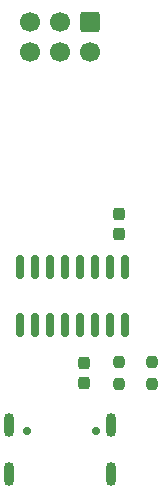
<source format=gbs>
%TF.GenerationSoftware,KiCad,Pcbnew,7.0.7*%
%TF.CreationDate,2023-09-20T03:29:36+03:00*%
%TF.ProjectId,TPB v1.1,54504220-7631-42e3-912e-6b696361645f,rev?*%
%TF.SameCoordinates,Original*%
%TF.FileFunction,Soldermask,Bot*%
%TF.FilePolarity,Negative*%
%FSLAX46Y46*%
G04 Gerber Fmt 4.6, Leading zero omitted, Abs format (unit mm)*
G04 Created by KiCad (PCBNEW 7.0.7) date 2023-09-20 03:29:36*
%MOMM*%
%LPD*%
G01*
G04 APERTURE LIST*
G04 Aperture macros list*
%AMRoundRect*
0 Rectangle with rounded corners*
0 $1 Rounding radius*
0 $2 $3 $4 $5 $6 $7 $8 $9 X,Y pos of 4 corners*
0 Add a 4 corners polygon primitive as box body*
4,1,4,$2,$3,$4,$5,$6,$7,$8,$9,$2,$3,0*
0 Add four circle primitives for the rounded corners*
1,1,$1+$1,$2,$3*
1,1,$1+$1,$4,$5*
1,1,$1+$1,$6,$7*
1,1,$1+$1,$8,$9*
0 Add four rect primitives between the rounded corners*
20,1,$1+$1,$2,$3,$4,$5,0*
20,1,$1+$1,$4,$5,$6,$7,0*
20,1,$1+$1,$6,$7,$8,$9,0*
20,1,$1+$1,$8,$9,$2,$3,0*%
G04 Aperture macros list end*
%ADD10RoundRect,0.250000X-0.600000X0.600000X-0.600000X-0.600000X0.600000X-0.600000X0.600000X0.600000X0*%
%ADD11C,1.700000*%
%ADD12C,0.700000*%
%ADD13O,0.900000X2.000000*%
%ADD14RoundRect,0.150000X0.150000X-0.825000X0.150000X0.825000X-0.150000X0.825000X-0.150000X-0.825000X0*%
%ADD15RoundRect,0.237500X-0.237500X0.250000X-0.237500X-0.250000X0.237500X-0.250000X0.237500X0.250000X0*%
%ADD16RoundRect,0.237500X0.237500X-0.300000X0.237500X0.300000X-0.237500X0.300000X-0.237500X-0.300000X0*%
%ADD17RoundRect,0.237500X-0.237500X0.300000X-0.237500X-0.300000X0.237500X-0.300000X0.237500X0.300000X0*%
G04 APERTURE END LIST*
D10*
%TO.C,J1*%
X57295000Y-149247500D03*
D11*
X57295000Y-151787500D03*
X54755000Y-149247500D03*
X54755000Y-151787500D03*
X52215000Y-149247500D03*
X52215000Y-151787500D03*
%TD*%
D12*
%TO.C,CN1*%
X51975000Y-183877313D03*
X57775000Y-183877313D03*
D13*
X50425000Y-183387313D03*
X59075000Y-183387313D03*
X50425000Y-187557313D03*
X59075000Y-187557313D03*
%TD*%
D14*
%TO.C,U1*%
X60270000Y-174950000D03*
X59000000Y-174950000D03*
X57730000Y-174950000D03*
X56460000Y-174950000D03*
X55190000Y-174950000D03*
X53920000Y-174950000D03*
X52650000Y-174950000D03*
X51380000Y-174950000D03*
X51380000Y-170000000D03*
X52650000Y-170000000D03*
X53920000Y-170000000D03*
X55190000Y-170000000D03*
X56460000Y-170000000D03*
X57730000Y-170000000D03*
X59000000Y-170000000D03*
X60270000Y-170000000D03*
%TD*%
D15*
%TO.C,R6*%
X62500000Y-178087500D03*
X62500000Y-179912500D03*
%TD*%
D16*
%TO.C,C3*%
X59750000Y-167232500D03*
X59750000Y-165507500D03*
%TD*%
D15*
%TO.C,R7*%
X59750000Y-178087500D03*
X59750000Y-179912500D03*
%TD*%
D17*
%TO.C,C2*%
X56750000Y-178137500D03*
X56750000Y-179862500D03*
%TD*%
M02*

</source>
